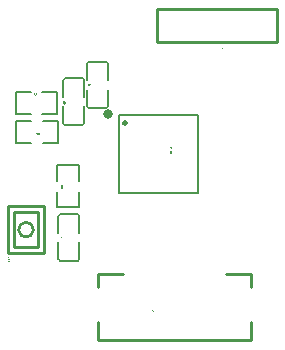
<source format=gto>
G04 Layer: TopSilkscreenLayer*
G04 EasyEDA v6.5.33, 2023-07-29 01:37:07*
G04 e2284e44ffa54268a608bda52510a791,d031c0a8eb424844af7c2e53bc7358ee,10*
G04 Gerber Generator version 0.2*
G04 Scale: 100 percent, Rotated: No, Reflected: No *
G04 Dimensions in millimeters *
G04 leading zeros omitted , absolute positions ,4 integer and 5 decimal *
%FSLAX45Y45*%
%MOMM*%

%ADD10C,0.2000*%
%ADD11C,0.2540*%
%ADD12C,0.1524*%
%ADD13C,0.2500*%
%ADD14C,0.4000*%
%ADD15C,0.0162*%

%LPD*%
G36*
X15351760Y6983984D02*
G01*
X15351506Y6981698D01*
X15341092Y6981698D01*
X15337637Y6981190D01*
X15335300Y6979818D01*
X15333929Y6977634D01*
X15333472Y6974840D01*
X15333929Y6972198D01*
X15335351Y6970115D01*
X15337840Y6968744D01*
X15341600Y6968236D01*
X15351251Y6968236D01*
X15351760Y6965696D01*
X15352522Y6965696D01*
X15352522Y6972553D01*
X15351760Y6972553D01*
X15351251Y6969506D01*
X15342107Y6969506D01*
X15339060Y6969810D01*
X15336977Y6970674D01*
X15335859Y6972198D01*
X15335504Y6974331D01*
X15335808Y6976262D01*
X15336875Y6977786D01*
X15338806Y6978802D01*
X15341854Y6979158D01*
X15351251Y6978903D01*
X15351760Y6976109D01*
X15352522Y6976109D01*
X15352522Y6983984D01*
G37*
G36*
X15333980Y6962648D02*
G01*
X15333980Y6952488D01*
X15334996Y6952488D01*
X15335504Y6956298D01*
X15352522Y6956298D01*
X15352776Y6956806D01*
X15351506Y6962394D01*
X15350490Y6962394D01*
X15350744Y6958838D01*
X15335504Y6958838D01*
X15334996Y6962648D01*
G37*
G36*
X15337536Y6949694D02*
G01*
X15335757Y6949033D01*
X15334589Y6947865D01*
X15333929Y6946290D01*
X15333726Y6944359D01*
X15334081Y6941769D01*
X15335148Y6939737D01*
X15336824Y6938467D01*
X15339060Y6938009D01*
X15340685Y6938314D01*
X15342158Y6939178D01*
X15343225Y6940600D01*
X15343886Y6942581D01*
X15344648Y6940905D01*
X15345714Y6939737D01*
X15346984Y6939025D01*
X15348457Y6938772D01*
X15350337Y6939127D01*
X15351810Y6940194D01*
X15352725Y6941769D01*
X15353030Y6943852D01*
X15352776Y6945680D01*
X15352115Y6947255D01*
X15350998Y6948474D01*
X15349474Y6949186D01*
X15348661Y6948627D01*
X15348457Y6947916D01*
X15348864Y6946849D01*
X15351760Y6945884D01*
X15352013Y6944359D01*
X15351760Y6942988D01*
X15351048Y6941921D01*
X15349880Y6941312D01*
X15348204Y6941058D01*
X15346629Y6941312D01*
X15345460Y6942124D01*
X15344648Y6943394D01*
X15344394Y6946138D01*
X15343124Y6946138D01*
X15342869Y6943039D01*
X15342057Y6941667D01*
X15340787Y6940854D01*
X15339060Y6940550D01*
X15337332Y6940803D01*
X15335961Y6941616D01*
X15335046Y6942886D01*
X15334742Y6945020D01*
X15334996Y6946392D01*
X15336519Y6946646D01*
X15337891Y6947357D01*
X15338196Y6947763D01*
X15338247Y6948779D01*
G37*
G36*
X15337536Y6935724D02*
G01*
X15335757Y6935063D01*
X15334589Y6933895D01*
X15333929Y6932320D01*
X15333726Y6930390D01*
X15334081Y6927799D01*
X15335148Y6925767D01*
X15336824Y6924497D01*
X15339060Y6924040D01*
X15340685Y6924344D01*
X15342158Y6925157D01*
X15343225Y6926630D01*
X15343886Y6928612D01*
X15344648Y6926935D01*
X15345714Y6925767D01*
X15346984Y6925056D01*
X15348457Y6924802D01*
X15350337Y6925157D01*
X15351810Y6926224D01*
X15352725Y6927799D01*
X15353030Y6929881D01*
X15352776Y6931812D01*
X15352115Y6933387D01*
X15350998Y6934555D01*
X15349474Y6935216D01*
X15348661Y6934657D01*
X15348457Y6933946D01*
X15348864Y6932879D01*
X15351760Y6931914D01*
X15352013Y6930390D01*
X15351760Y6929018D01*
X15351048Y6928002D01*
X15349880Y6927342D01*
X15348204Y6927088D01*
X15346629Y6927342D01*
X15345460Y6928154D01*
X15344648Y6929424D01*
X15344394Y6932168D01*
X15343124Y6932168D01*
X15342869Y6929069D01*
X15342057Y6927697D01*
X15340787Y6926884D01*
X15339060Y6926580D01*
X15337332Y6926834D01*
X15335961Y6927646D01*
X15335046Y6928916D01*
X15334742Y6931152D01*
X15334996Y6932422D01*
X15337891Y6933387D01*
X15338298Y6934453D01*
X15338094Y6935165D01*
G37*
G36*
X15773603Y7818272D02*
G01*
X15770961Y7817815D01*
X15768878Y7816392D01*
X15767507Y7813852D01*
X15766999Y7810144D01*
X15766999Y7800492D01*
X15764459Y7800238D01*
X15764459Y7799222D01*
X15771063Y7799222D01*
X15771063Y7800238D01*
X15768269Y7800492D01*
X15768269Y7809636D01*
X15768574Y7812735D01*
X15769488Y7814868D01*
X15770961Y7816088D01*
X15773095Y7816494D01*
X15775025Y7816189D01*
X15776448Y7815122D01*
X15777362Y7813141D01*
X15777667Y7810144D01*
X15777667Y7800492D01*
X15774873Y7800238D01*
X15774873Y7799222D01*
X15782747Y7799222D01*
X15782747Y7800238D01*
X15780461Y7800492D01*
X15780207Y7810652D01*
X15779750Y7814106D01*
X15778429Y7816443D01*
X15776346Y7817815D01*
G37*
G36*
X15743123Y7818272D02*
G01*
X15740532Y7817866D01*
X15738551Y7816748D01*
X15737230Y7815072D01*
X15736773Y7812938D01*
X15737078Y7811160D01*
X15737941Y7809738D01*
X15739363Y7808620D01*
X15741345Y7807858D01*
X15739719Y7807147D01*
X15738500Y7806131D01*
X15737789Y7804861D01*
X15737535Y7803286D01*
X15737941Y7801508D01*
X15738957Y7800035D01*
X15740532Y7799070D01*
X15742615Y7798714D01*
X15744444Y7798917D01*
X15746069Y7799628D01*
X15747288Y7800746D01*
X15747949Y7802270D01*
X15747441Y7803032D01*
X15746679Y7803286D01*
X15745612Y7802880D01*
X15744901Y7801762D01*
X15744647Y7799984D01*
X15741751Y7800187D01*
X15740735Y7800898D01*
X15740075Y7802016D01*
X15739821Y7803540D01*
X15740126Y7805216D01*
X15740938Y7806385D01*
X15742208Y7807096D01*
X15744901Y7807350D01*
X15744901Y7808620D01*
X15741700Y7808874D01*
X15740329Y7809738D01*
X15739567Y7811058D01*
X15739313Y7812938D01*
X15739618Y7814513D01*
X15740430Y7815834D01*
X15741700Y7816697D01*
X15743377Y7817002D01*
X15745155Y7817002D01*
X15745409Y7815224D01*
X15746120Y7813852D01*
X15746933Y7813446D01*
X15747796Y7813649D01*
X15748457Y7814208D01*
X15747847Y7816037D01*
X15746679Y7817256D01*
X15745104Y7818018D01*
G37*
G36*
X15751251Y7817764D02*
G01*
X15751251Y7817002D01*
X15755061Y7816494D01*
X15755061Y7799222D01*
X15755315Y7798968D01*
X15761157Y7800492D01*
X15761157Y7801254D01*
X15757347Y7801000D01*
X15757398Y7813040D01*
X15757601Y7816494D01*
X15761411Y7817002D01*
X15761411Y7817764D01*
G37*
G36*
X15723311Y7817764D02*
G01*
X15723311Y7817002D01*
X15727121Y7816494D01*
X15727375Y7803286D01*
X15727121Y7799222D01*
X15727629Y7798968D01*
X15733217Y7800492D01*
X15733217Y7801254D01*
X15729661Y7801000D01*
X15729661Y7816494D01*
X15733471Y7817002D01*
X15733471Y7817764D01*
G37*
G36*
X14422475Y6656273D02*
G01*
X14420748Y6656019D01*
X14419326Y6655308D01*
X14418157Y6654038D01*
X14417141Y6652209D01*
X14415973Y6653784D01*
X14414754Y6654800D01*
X14413534Y6655358D01*
X14412315Y6655511D01*
X14410588Y6655206D01*
X14409216Y6654241D01*
X14408302Y6652717D01*
X14407997Y6650685D01*
X14409267Y6650685D01*
X14409521Y6651853D01*
X14410232Y6652768D01*
X14411198Y6653275D01*
X14412315Y6653479D01*
X14413585Y6653377D01*
X14414652Y6653022D01*
X14415668Y6652310D01*
X14416633Y6651193D01*
X14415923Y6649923D01*
X14418411Y6649923D01*
X14419529Y6652006D01*
X14420596Y6653326D01*
X14421662Y6654038D01*
X14422729Y6654241D01*
X14424253Y6653987D01*
X14425371Y6653225D01*
X14426082Y6652107D01*
X14426285Y6650685D01*
X14426031Y6649262D01*
X14425269Y6648145D01*
X14424050Y6647383D01*
X14422475Y6647129D01*
X14421256Y6647332D01*
X14420189Y6647840D01*
X14419224Y6648754D01*
X14418411Y6649923D01*
X14415923Y6649923D01*
X14414550Y6648348D01*
X14413382Y6647789D01*
X14412061Y6647637D01*
X14410893Y6647891D01*
X14410029Y6648602D01*
X14409470Y6649567D01*
X14409267Y6650685D01*
X14407997Y6650685D01*
X14408353Y6648703D01*
X14409267Y6647078D01*
X14410690Y6646011D01*
X14412569Y6645605D01*
X14414195Y6645808D01*
X14415617Y6646418D01*
X14416887Y6647434D01*
X14417903Y6648907D01*
X14418919Y6647230D01*
X14420037Y6645909D01*
X14421307Y6645148D01*
X14422729Y6644843D01*
X14424761Y6645300D01*
X14426184Y6646519D01*
X14427047Y6648399D01*
X14427301Y6650685D01*
X14426996Y6652971D01*
X14426031Y6654698D01*
X14424507Y6655866D01*
G37*
G36*
X14426031Y6643319D02*
G01*
X14425777Y6641287D01*
X14420138Y6639306D01*
X14419122Y6638594D01*
X14418411Y6637680D01*
X14417903Y6636461D01*
X14417294Y6638594D01*
X14416278Y6640118D01*
X14414957Y6640982D01*
X14413331Y6641287D01*
X14411299Y6640830D01*
X14409775Y6639509D01*
X14408861Y6637426D01*
X14408505Y6634683D01*
X14408505Y6632143D01*
X14409521Y6632143D01*
X14409521Y6634429D01*
X14409775Y6636410D01*
X14410486Y6637731D01*
X14411655Y6638493D01*
X14413331Y6638747D01*
X14414957Y6638442D01*
X14416227Y6637629D01*
X14417090Y6636156D01*
X14417395Y6634175D01*
X14417395Y6631889D01*
X14408505Y6632143D01*
X14408505Y6626809D01*
X14409267Y6626809D01*
X14409775Y6629349D01*
X14420342Y6629603D01*
X14425777Y6629349D01*
X14426031Y6626809D01*
X14427047Y6626809D01*
X14427047Y6634683D01*
X14426031Y6634683D01*
X14425777Y6632143D01*
X14418411Y6631889D01*
X14418563Y6634886D01*
X14418970Y6636003D01*
X14419834Y6636715D01*
X14426336Y6638798D01*
X14426895Y6639306D01*
X14427200Y6640118D01*
X14427301Y6642404D01*
X14427047Y6643319D01*
G37*
G36*
X14177822Y7436053D02*
G01*
X14177822Y7435240D01*
X14180362Y7434732D01*
X14180362Y7427163D01*
X14182902Y7427163D01*
X14183156Y7435037D01*
X14185442Y7435037D01*
X14187424Y7434783D01*
X14188744Y7434072D01*
X14189557Y7432852D01*
X14189760Y7431227D01*
X14189506Y7429601D01*
X14188643Y7428331D01*
X14187220Y7427468D01*
X14185188Y7427163D01*
X14180362Y7427163D01*
X14180362Y7418781D01*
X14177822Y7418527D01*
X14177822Y7417511D01*
X14185696Y7417511D01*
X14185696Y7418527D01*
X14183156Y7418781D01*
X14182902Y7426147D01*
X14185950Y7425994D01*
X14187017Y7425588D01*
X14187779Y7424724D01*
X14189811Y7418171D01*
X14190370Y7417663D01*
X14191183Y7417308D01*
X14194332Y7417511D01*
X14194332Y7418527D01*
X14192046Y7418781D01*
X14190319Y7424420D01*
X14189608Y7425436D01*
X14188694Y7426147D01*
X14187474Y7426655D01*
X14189659Y7427214D01*
X14191132Y7428230D01*
X14192046Y7429601D01*
X14192300Y7431227D01*
X14191843Y7433259D01*
X14190522Y7434783D01*
X14188440Y7435697D01*
X14185696Y7436053D01*
G37*
G36*
X14196110Y7436053D02*
G01*
X14196110Y7434021D01*
X14205762Y7434021D01*
X14198396Y7417714D01*
X14198650Y7417511D01*
X14200682Y7417511D01*
X14207286Y7434732D01*
X14207286Y7436053D01*
G37*
G36*
X14214703Y7101331D02*
G01*
X14213890Y7101078D01*
X14213890Y7100062D01*
X14215922Y7099808D01*
X14217192Y7095490D01*
X14218462Y7093153D01*
X14219326Y7092442D01*
X14220494Y7091934D01*
X14218462Y7091324D01*
X14216938Y7090257D01*
X14215973Y7088886D01*
X14215668Y7087362D01*
X14218462Y7087362D01*
X14218767Y7088987D01*
X14219580Y7090257D01*
X14220951Y7091121D01*
X14222780Y7091425D01*
X14225066Y7091425D01*
X14225066Y7083552D01*
X14222526Y7083552D01*
X14220698Y7083806D01*
X14219428Y7084517D01*
X14218716Y7085685D01*
X14218462Y7087362D01*
X14215668Y7087362D01*
X14216126Y7085330D01*
X14217497Y7083806D01*
X14219631Y7082891D01*
X14222526Y7082536D01*
X14230400Y7082536D01*
X14230400Y7083298D01*
X14227606Y7083552D01*
X14227606Y7099808D01*
X14230400Y7100062D01*
X14230400Y7101078D01*
X14222526Y7101078D01*
X14222526Y7100062D01*
X14225066Y7099808D01*
X14225066Y7092442D01*
X14222069Y7092594D01*
X14221053Y7093000D01*
X14220342Y7093864D01*
X14219732Y7095236D01*
X14218412Y7100366D01*
X14217904Y7100925D01*
X14217091Y7101230D01*
G37*
G36*
X14206270Y7101331D02*
G01*
X14203984Y7100976D01*
X14202257Y7099808D01*
X14201089Y7097928D01*
X14200759Y7095744D01*
X14202968Y7095744D01*
X14203222Y7097775D01*
X14203883Y7099198D01*
X14204899Y7100062D01*
X14206270Y7100316D01*
X14207794Y7099909D01*
X14208912Y7098588D01*
X14209572Y7096353D01*
X14209826Y7092442D01*
X14208150Y7091425D01*
X14206270Y7091172D01*
X14204899Y7091476D01*
X14203883Y7092340D01*
X14203222Y7093762D01*
X14202968Y7095744D01*
X14200759Y7095744D01*
X14200682Y7095236D01*
X14201038Y7093000D01*
X14202054Y7091222D01*
X14203578Y7090054D01*
X14205508Y7089648D01*
X14207744Y7090156D01*
X14209826Y7091425D01*
X14209064Y7088327D01*
X14207439Y7085888D01*
X14204950Y7084059D01*
X14201444Y7082790D01*
X14201444Y7082028D01*
X14206169Y7083348D01*
X14209572Y7085838D01*
X14211655Y7089343D01*
X14212366Y7093458D01*
X14211960Y7096861D01*
X14210741Y7099300D01*
X14208810Y7100824D01*
G37*
G36*
X13977010Y6071158D02*
G01*
X13976502Y6067348D01*
X13959230Y6067348D01*
X13958976Y6067094D01*
X13960500Y6061252D01*
X13961262Y6061252D01*
X13961008Y6065062D01*
X13976502Y6065062D01*
X13977010Y6060998D01*
X13977772Y6060998D01*
X13977772Y6071158D01*
G37*
G36*
X13959230Y6058712D02*
G01*
X13959230Y6052362D01*
X13960246Y6052362D01*
X13960500Y6054902D01*
X13969136Y6050838D01*
X13960500Y6046774D01*
X13960246Y6049568D01*
X13959230Y6049568D01*
X13959230Y6041694D01*
X13960246Y6041694D01*
X13960246Y6043980D01*
X13970406Y6048806D01*
X13976502Y6048806D01*
X13976756Y6046012D01*
X13977772Y6046012D01*
X13977772Y6054394D01*
X13976756Y6054394D01*
X13976502Y6051346D01*
X13970406Y6051346D01*
X13960500Y6056172D01*
X13960246Y6058712D01*
G37*
G36*
X13972946Y6040678D02*
G01*
X13972946Y6039154D01*
X13976502Y6038646D01*
X13976502Y6031534D01*
X13968882Y6031280D01*
X13968882Y6035598D01*
X13971676Y6035852D01*
X13971676Y6037122D01*
X13965072Y6037122D01*
X13965072Y6035852D01*
X13967866Y6035598D01*
X13967866Y6031280D01*
X13960500Y6031534D01*
X13960500Y6038138D01*
X13964056Y6038646D01*
X13964056Y6040170D01*
X13959230Y6039916D01*
X13959230Y6026200D01*
X13960246Y6026200D01*
X13960500Y6028740D01*
X13976502Y6028740D01*
X13976756Y6026200D01*
X13977772Y6026200D01*
X13977772Y6040424D01*
G37*
G36*
X13976756Y6024930D02*
G01*
X13976502Y6022644D01*
X13966088Y6017056D01*
X13960500Y6021628D01*
X13960246Y6024422D01*
X13959230Y6024422D01*
X13959230Y6018072D01*
X13960246Y6018072D01*
X13960500Y6020104D01*
X13969644Y6012738D01*
X13960500Y6012738D01*
X13960246Y6015532D01*
X13959230Y6015532D01*
X13959230Y6007658D01*
X13960246Y6007658D01*
X13960500Y6010198D01*
X13976502Y6010198D01*
X13976756Y6007658D01*
X13977772Y6007658D01*
X13977772Y6015278D01*
X13976756Y6015278D01*
X13976502Y6012738D01*
X13971422Y6012738D01*
X13968120Y6015532D01*
X13976502Y6020104D01*
X13976756Y6017818D01*
X13977772Y6017818D01*
X13977772Y6024930D01*
G37*
G36*
X15185644Y5599938D02*
G01*
X15182748Y5599531D01*
X15180056Y5598414D01*
X15180056Y5594350D01*
X15181580Y5594350D01*
X15182088Y5597906D01*
X15183815Y5598464D01*
X15185390Y5598668D01*
X15188184Y5598109D01*
X15190368Y5596432D01*
X15191740Y5593740D01*
X15192248Y5590032D01*
X15191689Y5586374D01*
X15190266Y5583732D01*
X15188082Y5582158D01*
X15185390Y5581650D01*
X15182342Y5582158D01*
X15181834Y5585714D01*
X15180310Y5585714D01*
X15180310Y5581650D01*
X15182951Y5580634D01*
X15185644Y5580380D01*
X15189352Y5581091D01*
X15192349Y5583123D01*
X15194330Y5586171D01*
X15195042Y5590032D01*
X15194381Y5594045D01*
X15192451Y5597194D01*
X15189454Y5599226D01*
G37*
G36*
X15219426Y5599430D02*
G01*
X15219426Y5598414D01*
X15222219Y5598160D01*
X15222219Y5590540D01*
X15217901Y5590540D01*
X15217394Y5593334D01*
X15216378Y5593334D01*
X15216378Y5586730D01*
X15217394Y5586730D01*
X15217901Y5589270D01*
X15222219Y5589270D01*
X15222219Y5581904D01*
X15215616Y5581904D01*
X15214854Y5585714D01*
X15213330Y5585714D01*
X15213584Y5580888D01*
X15227300Y5580888D01*
X15227300Y5581650D01*
X15224760Y5582158D01*
X15224760Y5598160D01*
X15227300Y5598414D01*
X15227300Y5599430D01*
G37*
G36*
X15203678Y5599430D02*
G01*
X15203678Y5598414D01*
X15206218Y5598160D01*
X15206472Y5592064D01*
X15204948Y5592064D01*
X15201341Y5591606D01*
X15198902Y5590387D01*
X15197531Y5588508D01*
X15197074Y5586222D01*
X15199613Y5586222D01*
X15199918Y5588101D01*
X15200782Y5589574D01*
X15202306Y5590489D01*
X15204440Y5590794D01*
X15206472Y5590794D01*
X15206218Y5581904D01*
X15204440Y5581904D01*
X15202306Y5582208D01*
X15200782Y5583021D01*
X15199918Y5584393D01*
X15199613Y5586222D01*
X15197074Y5586222D01*
X15197531Y5583986D01*
X15198801Y5582310D01*
X15201036Y5581243D01*
X15204186Y5580888D01*
X15211551Y5580888D01*
X15211551Y5581650D01*
X15209012Y5582158D01*
X15208757Y5592673D01*
X15209012Y5598160D01*
X15211551Y5598414D01*
X15211551Y5599430D01*
G37*
G36*
X15166340Y5599430D02*
G01*
X15166340Y5598668D01*
X15170404Y5597906D01*
X15170404Y5580888D01*
X15170657Y5580634D01*
X15176500Y5581904D01*
X15176500Y5582920D01*
X15172690Y5582666D01*
X15172690Y5597906D01*
X15176754Y5598668D01*
X15176754Y5599430D01*
G37*
G36*
X14411451Y6219545D02*
G01*
X14411451Y6208115D01*
X14413484Y6208115D01*
X14413484Y6218021D01*
X14429740Y6210401D01*
X14429994Y6210655D01*
X14429994Y6212941D01*
X14412722Y6219545D01*
G37*
G36*
X14424913Y6205575D02*
G01*
X14424913Y6204051D01*
X14428469Y6203289D01*
X14429079Y6201765D01*
X14429232Y6200241D01*
X14428673Y6197447D01*
X14427047Y6195314D01*
X14424304Y6193891D01*
X14420596Y6193383D01*
X14416938Y6193942D01*
X14414347Y6195415D01*
X14412772Y6197600D01*
X14412213Y6200241D01*
X14412468Y6202426D01*
X14412722Y6203035D01*
X14416278Y6203797D01*
X14416278Y6205321D01*
X14412213Y6205321D01*
X14411198Y6202578D01*
X14410944Y6199987D01*
X14411706Y6196279D01*
X14413687Y6193282D01*
X14416735Y6191300D01*
X14420596Y6190589D01*
X14424609Y6191300D01*
X14427657Y6193180D01*
X14429587Y6196177D01*
X14430248Y6199987D01*
X14429994Y6202883D01*
X14429638Y6204254D01*
X14428978Y6205575D01*
G37*
G36*
X14653006Y7517638D02*
G01*
X14650719Y7517282D01*
X14648992Y7516215D01*
X14647824Y7514640D01*
X14647418Y7512558D01*
X14647521Y7511796D01*
X14648942Y7511796D01*
X14649246Y7513167D01*
X14650059Y7514234D01*
X14651532Y7514844D01*
X14653513Y7515098D01*
X14655495Y7514894D01*
X14656968Y7514234D01*
X14657781Y7513269D01*
X14658086Y7512050D01*
X14657628Y7510475D01*
X14656358Y7509306D01*
X14654123Y7508494D01*
X14650466Y7508240D01*
X14649297Y7510119D01*
X14648942Y7511796D01*
X14647521Y7511796D01*
X14647976Y7510322D01*
X14648586Y7509357D01*
X14649450Y7508494D01*
X14646300Y7509256D01*
X14643760Y7510881D01*
X14641830Y7513370D01*
X14640560Y7516875D01*
X14639798Y7516622D01*
X14641220Y7512050D01*
X14643811Y7508697D01*
X14647214Y7506665D01*
X14651228Y7505953D01*
X14654631Y7506360D01*
X14657222Y7507528D01*
X14658797Y7509408D01*
X14659356Y7511796D01*
X14658949Y7514234D01*
X14657730Y7516063D01*
X14655698Y7517231D01*
G37*
G36*
X14653768Y7503668D02*
G01*
X14653768Y7502144D01*
X14657324Y7501381D01*
X14657882Y7499807D01*
X14658086Y7498080D01*
X14657527Y7495438D01*
X14655901Y7493355D01*
X14653260Y7491984D01*
X14649704Y7491475D01*
X14645995Y7492034D01*
X14643303Y7493457D01*
X14641626Y7495641D01*
X14641068Y7498334D01*
X14641271Y7499705D01*
X14641830Y7501128D01*
X14645386Y7501890D01*
X14645386Y7503414D01*
X14641322Y7503414D01*
X14640102Y7500569D01*
X14639798Y7498080D01*
X14640509Y7494219D01*
X14642541Y7491171D01*
X14645690Y7489139D01*
X14649704Y7488428D01*
X14653564Y7489139D01*
X14656612Y7491171D01*
X14658644Y7494219D01*
X14659356Y7498080D01*
X14659000Y7500874D01*
X14658086Y7503668D01*
G37*
G36*
X14442694Y7367778D02*
G01*
X14440154Y7367320D01*
X14438325Y7366050D01*
X14437207Y7364120D01*
X14436851Y7360970D01*
X14437106Y7358888D01*
X14432026Y7359396D01*
X14432026Y7367270D01*
X14429740Y7367270D01*
X14429740Y7358125D01*
X14438376Y7357618D01*
X14438630Y7358380D01*
X14438376Y7360310D01*
X14438680Y7362799D01*
X14439493Y7364272D01*
X14440966Y7365187D01*
X14442948Y7365492D01*
X14444878Y7365187D01*
X14446402Y7364374D01*
X14447418Y7363002D01*
X14447723Y7360767D01*
X14447519Y7359396D01*
X14444370Y7358430D01*
X14443963Y7357364D01*
X14444167Y7356652D01*
X14444980Y7356094D01*
X14446656Y7356754D01*
X14447824Y7357922D01*
X14448536Y7359497D01*
X14448790Y7361428D01*
X14448332Y7364018D01*
X14447062Y7366050D01*
X14445132Y7367320D01*
G37*
G36*
X14443456Y7353808D02*
G01*
X14443456Y7352284D01*
X14446757Y7351775D01*
X14447418Y7350048D01*
X14447519Y7348474D01*
X14447012Y7345680D01*
X14445437Y7343495D01*
X14442795Y7342124D01*
X14439138Y7341616D01*
X14435429Y7342174D01*
X14432737Y7343648D01*
X14431060Y7345883D01*
X14430501Y7348728D01*
X14430705Y7350048D01*
X14431263Y7351522D01*
X14434819Y7352030D01*
X14434819Y7353553D01*
X14430756Y7353553D01*
X14429638Y7350912D01*
X14429232Y7348220D01*
X14429943Y7344511D01*
X14431975Y7341514D01*
X14435124Y7339533D01*
X14439138Y7338822D01*
X14442998Y7339482D01*
X14446046Y7341412D01*
X14448078Y7344409D01*
X14448790Y7348220D01*
X14448434Y7351115D01*
X14447519Y7353808D01*
G37*
D10*
X15567609Y7212335D02*
G01*
X15567609Y6592570D01*
X14902126Y6592570D01*
X14902126Y7255517D01*
X15567609Y7255517D01*
X15567609Y7179317D01*
D11*
X16227267Y7867284D02*
G01*
X15223967Y7867284D01*
X15223967Y8146684D01*
X16239967Y8146684D01*
X16239967Y7867284D01*
D12*
X14562681Y6697596D02*
G01*
X14562681Y6826092D01*
X14379262Y6826092D01*
X14379262Y6697596D01*
X14562681Y6602369D02*
G01*
X14562681Y6473873D01*
X14379262Y6473873D01*
X14379262Y6602369D01*
X14249590Y7262276D02*
G01*
X14378086Y7262276D01*
X14378086Y7445695D01*
X14249590Y7445695D01*
X14154345Y7262276D02*
G01*
X14025849Y7262276D01*
X14025849Y7445695D01*
X14154345Y7445695D01*
X14158346Y7199696D02*
G01*
X14029850Y7199696D01*
X14029850Y7016277D01*
X14158346Y7016277D01*
X14253591Y7199696D02*
G01*
X14382087Y7199696D01*
X14382087Y7016277D01*
X14253591Y7016277D01*
D13*
X13963119Y6080386D02*
G01*
X13963119Y6480385D01*
X14263110Y6480385D01*
X14263110Y6080386D01*
X13963119Y6080386D01*
X14012898Y6132073D02*
G01*
X14012898Y6432075D01*
X14212892Y6432075D01*
X14212892Y6132073D01*
X14012898Y6132073D01*
D11*
X14721677Y5797113D02*
G01*
X14721677Y5902807D01*
X16019307Y5500941D02*
G01*
X16019307Y5345965D01*
X14723897Y5345965D01*
X14721677Y5348198D01*
X14721677Y5500895D01*
X16019307Y5797163D02*
G01*
X16019307Y5902807D01*
X16019307Y5902807D02*
G01*
X15809711Y5902807D01*
X14933493Y5902807D02*
G01*
X14721677Y5902807D01*
D12*
X14384606Y6396103D02*
G01*
X14384606Y6255105D01*
X14565330Y6255105D02*
G01*
X14565330Y6396103D01*
X14550087Y6411333D02*
G01*
X14399846Y6411333D01*
X14384606Y6033856D02*
G01*
X14384606Y6174864D01*
X14565330Y6174864D02*
G01*
X14565330Y6033856D01*
X14550087Y6018621D02*
G01*
X14399846Y6018621D01*
X14628926Y7686817D02*
G01*
X14628926Y7545814D01*
X14809650Y7545814D02*
G01*
X14809650Y7686817D01*
X14794415Y7702052D02*
G01*
X14644174Y7702052D01*
X14628926Y7324587D02*
G01*
X14628926Y7465578D01*
X14809650Y7465578D02*
G01*
X14809650Y7324587D01*
X14794415Y7309335D02*
G01*
X14644174Y7309335D01*
X14425749Y7547117D02*
G01*
X14425749Y7406109D01*
X14606473Y7406109D02*
G01*
X14606473Y7547117D01*
X14591225Y7562347D02*
G01*
X14440984Y7562347D01*
X14425749Y7184870D02*
G01*
X14425749Y7325878D01*
X14606473Y7325878D02*
G01*
X14606473Y7184870D01*
X14591225Y7169640D02*
G01*
X14440984Y7169640D01*
D14*
G75*
G01*
X14827606Y7261776D02*
G03*
X14827606Y7261520I-20000J-128D01*
D12*
G75*
G01*
X14565330Y6396104D02*
G03*
X14550088Y6411333I-15240J-11D01*
G75*
G01*
X14399847Y6411333D02*
G03*
X14384607Y6396104I0J-15240D01*
G75*
G01*
X14565330Y6033856D02*
G02*
X14550088Y6018621I-15240J5D01*
G75*
G01*
X14399847Y6018621D02*
G02*
X14384607Y6033856I0J15240D01*
G75*
G01*
X14809650Y7686817D02*
G03*
X14794415Y7702052I-15240J-5D01*
G75*
G01*
X14644174Y7702052D02*
G03*
X14628927Y7686817I-7J-15240D01*
G75*
G01*
X14809650Y7324588D02*
G02*
X14794415Y7309335I-15240J-13D01*
G75*
G01*
X14644174Y7309335D02*
G02*
X14628927Y7324588I-7J15240D01*
G75*
G01*
X14606473Y7547117D02*
G03*
X14591226Y7562347I-15240J-10D01*
G75*
G01*
X14440985Y7562347D02*
G03*
X14425750Y7547117I5J-15240D01*
G75*
G01*
X14606473Y7184870D02*
G02*
X14591226Y7169640I-15240J10D01*
G75*
G01*
X14440985Y7169640D02*
G02*
X14425750Y7184870I5J15240D01*
D11*
G75*
G01
X14967636Y7184796D02*
G03X14967636Y7184796I-17043J0D01*
G75*
G01
X14175636Y6280440D02*
G03X14175636Y6280440I-62484J0D01*
M02*

</source>
